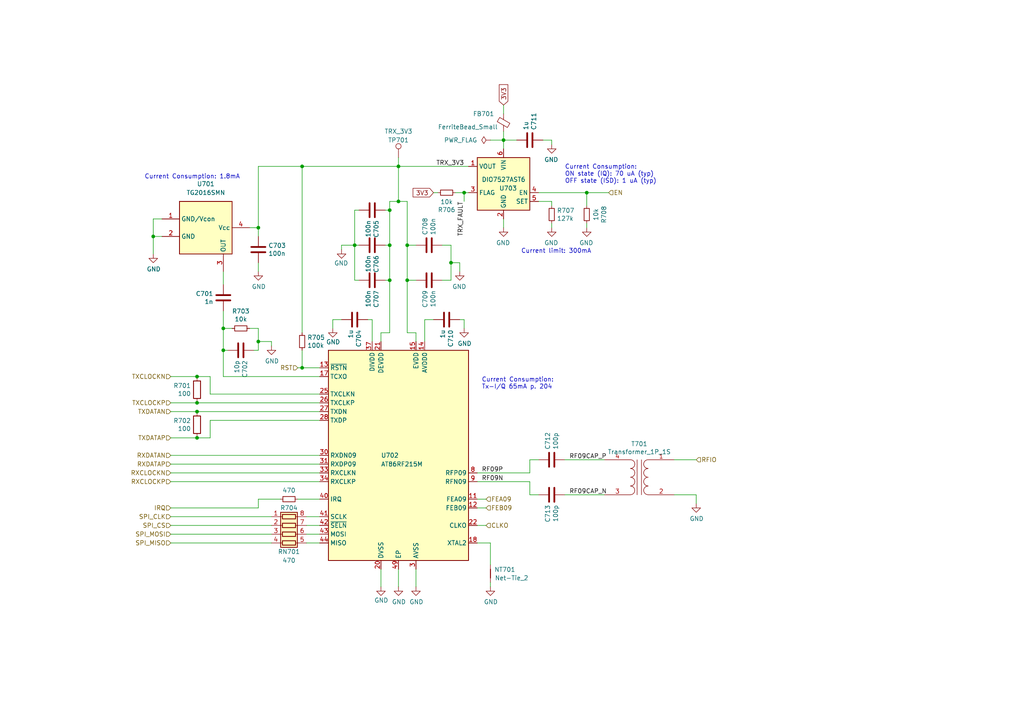
<source format=kicad_sch>
(kicad_sch (version 20211123) (generator eeschema)
  (paper "A4")
  (lib_symbols
    (symbol "Connector:TestPoint" (pin_numbers hide) (pin_names (offset 0.762) hide)
      (property "Reference" "TP" (at 0 6.858 0))
      (property "Value" "TestPoint" (at 0 5.08 0))
      (symbol "TestPoint_0_1"
        (circle (center 0 3.302) (radius 0.762))
      )
      (symbol "TestPoint_1_1"
        (pin passive line (at 0 0 90) (length 2.54) (name "1") (number "1"))
      )
    )
    (symbol "Device:C" (pin_numbers hide) (pin_names (offset 0.254))
      (property "Reference" "C" (at 0.635 2.54 0))
      (property "Value" "C" (at 0.635 -2.54 0))
      (symbol "C_0_1"
        (polyline (pts (xy -2.032 -0.762) (xy 2.032 -0.762)) (stroke (width 0.508)))
        (polyline (pts (xy -2.032 0.762) (xy 2.032 0.762)) (stroke (width 0.508)))
      )
      (symbol "C_1_1"
        (pin passive line (at 0 3.81 270) (length 2.794) (name "~") (number "1"))
        (pin passive line (at 0 -3.81 90) (length 2.794) (name "~") (number "2"))
      )
    )
    (symbol "Device:FerriteBead_Small" (pin_numbers hide) (pin_names (offset 0))
      (property "Reference" "FB" (at 1.905 1.27 0))
      (property "Value" "FerriteBead_Small" (at 1.905 -1.27 0))
      (symbol "FerriteBead_Small_0_1"
        (polyline (pts (xy 0 -1.27) (xy 0 -0.7874)))
        (polyline (pts (xy 0 0.889) (xy 0 1.2954)))
        (polyline (pts (xy -1.8288 0.2794) (xy -1.1176 1.4986) (xy 1.8288 -0.2032) (xy 1.1176 -1.4224) (xy -1.8288 0.2794)))
      )
      (symbol "FerriteBead_Small_1_1"
        (pin passive line (at 0 2.54 270) (length 1.27) (name "~") (number "1"))
        (pin passive line (at 0 -2.54 90) (length 1.27) (name "~") (number "2"))
      )
    )
    (symbol "Device:NetTie_2" (pin_numbers hide) (pin_names (offset 0) hide)
      (property "Reference" "NT" (at 0 1.27 0))
      (property "Value" "NetTie_2" (at 0 -1.27 0))
      (symbol "NetTie_2_0_1"
        (polyline (pts (xy -1.27 0) (xy 1.27 0)) (stroke (width 0.254)))
      )
      (symbol "NetTie_2_1_1"
        (pin passive line (at -2.54 0 0) (length 2.54) (name "1") (number "1"))
        (pin passive line (at 2.54 0 180) (length 2.54) (name "2") (number "2"))
      )
    )
    (symbol "Device:R" (pin_numbers hide) (pin_names (offset 0))
      (property "Reference" "R" (at 2.032 0 90))
      (property "Value" "R" (at 0 0 90))
      (symbol "R_0_1"
        (rectangle (start -1.016 -2.54) (end 1.016 2.54) (stroke (width 0.254)))
      )
      (symbol "R_1_1"
        (pin passive line (at 0 3.81 270) (length 1.27) (name "~") (number "1"))
        (pin passive line (at 0 -3.81 90) (length 1.27) (name "~") (number "2"))
      )
    )
    (symbol "Device:R_Pack04" (pin_names (offset 0) hide)
      (property "Reference" "RN" (at -7.62 0 90))
      (property "Value" "R_Pack04" (at 5.08 0 90))
      (symbol "R_Pack04_0_1"
        (rectangle (start -6.35 -2.413) (end 3.81 2.413) (stroke (width 0.254)) (fill (type background)))
        (rectangle (start -5.715 1.905) (end -4.445 -1.905) (stroke (width 0.254)))
        (rectangle (start -3.175 1.905) (end -1.905 -1.905) (stroke (width 0.254)))
        (rectangle (start -0.635 1.905) (end 0.635 -1.905) (stroke (width 0.254)))
        (polyline (pts (xy -5.08 -2.54) (xy -5.08 -1.905)))
        (polyline (pts (xy -5.08 1.905) (xy -5.08 2.54)))
        (polyline (pts (xy -2.54 -2.54) (xy -2.54 -1.905)))
        (polyline (pts (xy -2.54 1.905) (xy -2.54 2.54)))
        (polyline (pts (xy 0 -2.54) (xy 0 -1.905)))
        (polyline (pts (xy 0 1.905) (xy 0 2.54)))
        (polyline (pts (xy 2.54 -2.54) (xy 2.54 -1.905)))
        (polyline (pts (xy 2.54 1.905) (xy 2.54 2.54)))
        (rectangle (start 1.905 1.905) (end 3.175 -1.905) (stroke (width 0.254)))
      )
      (symbol "R_Pack04_1_1"
        (pin passive line (at -5.08 -5.08 90) (length 2.54) (name "R1.1") (number "1"))
        (pin passive line (at -2.54 -5.08 90) (length 2.54) (name "R2.1") (number "2"))
        (pin passive line (at 0 -5.08 90) (length 2.54) (name "R3.1") (number "3"))
        (pin passive line (at 2.54 -5.08 90) (length 2.54) (name "R4.1") (number "4"))
        (pin passive line (at 2.54 5.08 270) (length 2.54) (name "R4.2") (number "5"))
        (pin passive line (at 0 5.08 270) (length 2.54) (name "R3.2") (number "6"))
        (pin passive line (at -2.54 5.08 270) (length 2.54) (name "R2.2") (number "7"))
        (pin passive line (at -5.08 5.08 270) (length 2.54) (name "R1.2") (number "8"))
      )
    )
    (symbol "Device:R_Small" (pin_numbers hide) (pin_names (offset 0.254) hide)
      (property "Reference" "R" (at 0.762 0.508 0))
      (property "Value" "R_Small" (at 0.762 -1.016 0))
      (symbol "R_Small_0_1"
        (rectangle (start -0.762 1.778) (end 0.762 -1.778) (stroke (width 0.2032)))
      )
      (symbol "R_Small_1_1"
        (pin passive line (at 0 2.54 270) (length 0.762) (name "~") (number "1"))
        (pin passive line (at 0 -2.54 90) (length 0.762) (name "~") (number "2"))
      )
    )
    (symbol "Device:Transformer_1P_1S" (pin_names (offset 1.016) hide)
      (property "Reference" "T" (at 0 6.35 0))
      (property "Value" "Transformer_1P_1S" (at 0 -7.62 0))
      (symbol "Transformer_1P_1S_0_1"
        (arc (start -2.54 -5.0546) (mid -1.6561 -4.6863) (end -1.27 -3.81))
        (arc (start -2.54 -2.5146) (mid -1.6561 -2.1463) (end -1.27 -1.27))
        (arc (start -2.54 0.0254) (mid -1.6561 0.3937) (end -1.27 1.27))
        (arc (start -2.54 2.5654) (mid -1.6561 2.9337) (end -1.27 3.81))
        (arc (start -1.27 -3.81) (mid -1.642 -2.912) (end -2.54 -2.54))
        (arc (start -1.27 -1.27) (mid -1.642 -0.372) (end -2.54 0))
        (arc (start -1.27 1.27) (mid -1.642 2.168) (end -2.54 2.54))
        (arc (start -1.27 3.81) (mid -1.642 4.708) (end -2.54 5.08))
        (polyline (pts (xy -0.635 5.08) (xy -0.635 -5.08)))
        (polyline (pts (xy 0.635 -5.08) (xy 0.635 5.08)))
        (arc (start 1.2954 -1.27) (mid 1.6599 -2.1501) (end 2.54 -2.5146))
        (arc (start 1.2954 1.27) (mid 1.6599 0.3899) (end 2.54 0.0254))
        (arc (start 1.2954 3.81) (mid 1.6599 2.9299) (end 2.54 2.5654))
        (arc (start 1.3208 -3.81) (mid 1.6853 -4.6901) (end 2.5654 -5.0546))
        (arc (start 2.54 0) (mid 1.6456 -0.3683) (end 1.2954 -1.27))
        (arc (start 2.54 2.54) (mid 1.6456 2.1717) (end 1.2954 1.27))
        (arc (start 2.54 5.08) (mid 1.6456 4.7117) (end 1.2954 3.81))
        (arc (start 2.5654 -2.54) (mid 1.671 -2.9083) (end 1.3208 -3.81))
      )
      (symbol "Transformer_1P_1S_1_1"
        (pin passive line (at -10.16 5.08 0) (length 7.62) (name "AA") (number "1"))
        (pin passive line (at -10.16 -5.08 0) (length 7.62) (name "AB") (number "2"))
        (pin passive line (at 10.16 -5.08 180) (length 7.62) (name "SA") (number "3"))
        (pin passive line (at 10.16 5.08 180) (length 7.62) (name "SB") (number "4"))
      )
    )
    (symbol "lsf-kicad:AT86RF215M"
      (property "Reference" "U" (at -19.05 33.02 0))
      (property "Value" "AT86RF215M" (at 0 0 0))
      (symbol "AT86RF215M_0_1"
        (rectangle (start -20.32 30.48) (end 20.32 -30.48) (stroke (width 0.254)) (fill (type background)))
      )
      (symbol "AT86RF215M_1_1"
        (pin no_connect line (at 22.86 20.32 180) (length 2.54) hide (name "FEA24") (number "1"))
        (pin passive line (at 5.08 -33.02 90) (length 2.54) hide (name "AVSS") (number "10"))
        (pin output line (at 22.86 -12.7 180) (length 2.54) (name "FEA09") (number "11"))
        (pin output line (at 22.86 -15.24 180) (length 2.54) (name "FEB09") (number "12"))
        (pin input line (at -22.86 25.4 0) (length 2.54) (name "~{RSTN}") (number "13"))
        (pin power_out line (at 7.62 33.02 270) (length 2.54) (name "AVDD0") (number "14"))
        (pin power_in line (at 5.08 33.02 270) (length 2.54) (name "EVDD") (number "15"))
        (pin passive line (at 5.08 -33.02 90) (length 2.54) hide (name "AVSS") (number "16"))
        (pin input line (at -22.86 22.86 0) (length 2.54) (name "TCXO") (number "17"))
        (pin bidirectional line (at 22.86 -25.4 180) (length 2.54) (name "XTAL2") (number "18"))
        (pin passive line (at 5.08 -33.02 90) (length 2.54) hide (name "AVSS") (number "19"))
        (pin no_connect line (at 22.86 17.78 180) (length 2.54) hide (name "FEB24") (number "2"))
        (pin power_in line (at -5.08 -33.02 90) (length 2.54) (name "DVSS") (number "20"))
        (pin power_in line (at -5.08 33.02 270) (length 2.54) (name "DEVDD") (number "21"))
        (pin output line (at 22.86 -20.32 180) (length 2.54) (name "CLKO") (number "22"))
        (pin passive line (at -5.08 -33.02 90) (length 2.54) hide (name "DVSS") (number "23"))
        (pin passive line (at -5.08 -33.02 90) (length 2.54) hide (name "DVSS") (number "24"))
        (pin input line (at -22.86 17.78 0) (length 2.54) (name "TXCLKN") (number "25"))
        (pin input line (at -22.86 15.24 0) (length 2.54) (name "TXCLKP") (number "26"))
        (pin input line (at -22.86 12.7 0) (length 2.54) (name "TXDN") (number "27"))
        (pin input line (at -22.86 10.16 0) (length 2.54) (name "TXDP") (number "28"))
        (pin passive line (at -5.08 33.02 270) (length 2.54) hide (name "DEVDD") (number "29"))
        (pin power_in line (at 5.08 -33.02 90) (length 2.54) (name "AVSS") (number "3"))
        (pin output line (at -22.86 0 0) (length 2.54) (name "RXDN09") (number "30"))
        (pin output line (at -22.86 -2.54 0) (length 2.54) (name "RXDP09") (number "31"))
        (pin passive line (at -5.08 -33.02 90) (length 2.54) hide (name "DVSS") (number "32"))
        (pin output line (at -22.86 -5.08 0) (length 2.54) (name "RXCLKN") (number "33"))
        (pin output line (at -22.86 -7.62 0) (length 2.54) (name "RXCLKP") (number "34"))
        (pin no_connect line (at -22.86 5.08 0) (length 2.54) hide (name "RXDN24") (number "35"))
        (pin no_connect line (at -22.86 2.54 0) (length 2.54) hide (name "RXDP24") (number "36"))
        (pin power_out line (at -7.62 33.02 270) (length 2.54) (name "DΙVDD") (number "37"))
        (pin passive line (at -5.08 -33.02 90) (length 2.54) hide (name "DVSS") (number "38"))
        (pin passive line (at -5.08 33.02 270) (length 2.54) hide (name "DEVDD") (number "39"))
        (pin no_connect line (at 22.86 12.7 180) (length 2.54) hide (name "RFP24") (number "4"))
        (pin output line (at -22.86 -12.7 0) (length 2.54) (name "IRQ") (number "40"))
        (pin input line (at -22.86 -17.78 0) (length 2.54) (name "SCLK") (number "41"))
        (pin input line (at -22.86 -20.32 0) (length 2.54) (name "~{SELN}") (number "42"))
        (pin input line (at -22.86 -22.86 0) (length 2.54) (name "MOSI") (number "43"))
        (pin output line (at -22.86 -25.4 0) (length 2.54) (name "MISO") (number "44"))
        (pin passive line (at 5.08 -33.02 90) (length 2.54) hide (name "AVSS") (number "45"))
        (pin passive line (at 5.08 33.02 270) (length 2.54) hide (name "EVDD") (number "46"))
        (pin no_connect line (at 10.16 33.02 270) (length 2.54) hide (name "AVDD1") (number "47"))
        (pin passive line (at 5.08 -33.02 90) (length 2.54) hide (name "AVSS") (number "48"))
        (pin power_in line (at 0 -33.02 90) (length 2.54) (name "EP") (number "49"))
        (pin no_connect line (at 22.86 10.16 180) (length 2.54) hide (name "RFN24") (number "5"))
        (pin passive line (at 5.08 -33.02 90) (length 2.54) hide (name "AVSS") (number "6"))
        (pin passive line (at 5.08 -33.02 90) (length 2.54) hide (name "AVSS") (number "7"))
        (pin bidirectional line (at 22.86 -5.08 180) (length 2.54) (name "RFP09") (number "8"))
        (pin bidirectional line (at 22.86 -7.62 180) (length 2.54) (name "RFN09") (number "9"))
      )
    )
    (symbol "lsf-kicad:DIO7527AST6"
      (property "Reference" "U" (at 5.08 8.89 0))
      (property "Value" "DIO7527AST6" (at 7.62 -8.89 0))
      (symbol "DIO7527AST6_0_1"
        (rectangle (start -7.62 7.62) (end 7.62 -7.62) (stroke (width 0.254)) (fill (type background)))
      )
      (symbol "DIO7527AST6_1_1"
        (pin power_out line (at 10.16 5.08 180) (length 2.54) (name "VOUT") (number "1"))
        (pin power_in line (at 0 -10.16 90) (length 2.54) (name "GND") (number "2"))
        (pin open_collector line (at 10.16 -2.54 180) (length 2.54) (name "FLAG") (number "3"))
        (pin input line (at -10.16 -2.54 0) (length 2.54) (name "EN") (number "4"))
        (pin output line (at -10.16 -5.08 0) (length 2.54) (name "SET") (number "5"))
        (pin power_in line (at 0 10.16 270) (length 2.54) (name "VIN") (number "6"))
      )
    )
    (symbol "lsf-kicad:TG2016SMN"
      (property "Reference" "U" (at 6.35 8.89 0))
      (property "Value" "TG2016SMN" (at -7.62 8.89 0))
      (symbol "TG2016SMN_0_1"
        (rectangle (start -7.62 7.62) (end 7.62 -7.62) (stroke (width 0.254)) (fill (type background)))
      )
      (symbol "TG2016SMN_1_1"
        (pin power_in line (at -2.54 -12.7 90) (length 5.08) (name "GND/Vcon") (number "1"))
        (pin power_in line (at 2.54 -12.7 90) (length 5.08) (name "GND") (number "2"))
        (pin output line (at 12.7 5.08 180) (length 5.08) (name "OUT") (number "3"))
        (pin power_in line (at 0 12.7 270) (length 5.08) (name "Vcc") (number "4"))
      )
    )
    (symbol "power:GND" (power) (pin_names (offset 0))
      (property "Value" "GND" (at 0 -3.81 0))
      (symbol "GND_0_1"
        (polyline (pts (xy 0 0) (xy 0 -1.27) (xy 1.27 -1.27) (xy 0 -2.54) (xy -1.27 -1.27) (xy 0 -1.27)))
      )
      (symbol "GND_1_1"
        (pin power_in line (at 0 0 270) (length 0) hide (name "GND") (number "1"))
      )
    )
    (symbol "power:PWR_FLAG" (power) (pin_numbers hide) (pin_names (offset 0) hide)
      (property "Value" "PWR_FLAG" (at 0 3.81 0))
      (symbol "PWR_FLAG_0_0"
        (pin power_out line (at 0 0 90) (length 0) (name "pwr") (number "1"))
      )
      (symbol "PWR_FLAG_0_1"
        (polyline (pts (xy 0 0) (xy 0 1.27) (xy -1.016 1.905) (xy 0 2.54) (xy 1.016 1.905) (xy 0 1.27)))
      )
    )
  )
  (junction (at 130.81 76.2))
  (junction (at 64.77 101.6))
  (junction (at 74.93 99.06))
  (junction (at 115.57 48.26))
  (junction (at 57.15 116.84))
  (junction (at 57.15 109.22))
  (junction (at 118.11 71.12))
  (junction (at 57.15 119.38))
  (junction (at 87.63 106.68))
  (junction (at 113.03 60.96))
  (junction (at 44.45 68.58))
  (junction (at 113.03 81.28))
  (junction (at 87.63 48.26))
  (junction (at 118.11 81.28))
  (junction (at 115.57 58.42))
  (junction (at 170.18 55.88))
  (junction (at 113.03 71.12))
  (junction (at 57.15 127))
  (junction (at 134.62 55.88))
  (junction (at 64.77 95.25))
  (junction (at 74.93 66.04))
  (junction (at 146.05 40.64))
  (junction (at 102.87 71.12))
  (wire (pts (xy 128.27 71.12) (xy 130.81 71.12)))
  (wire (pts (xy 57.15 119.38) (xy 49.53 119.38)))
  (wire (pts (xy 146.05 63.5) (xy 146.05 66.04)))
  (wire (pts (xy 134.62 92.71) (xy 133.35 92.71)))
  (wire (pts (xy 111.76 71.12) (xy 113.03 71.12)))
  (wire (pts (xy 49.53 139.7) (xy 92.71 139.7)))
  (wire (pts (xy 74.93 76.2) (xy 74.93 78.74)))
  (wire (pts (xy 138.43 137.16) (xy 153.67 137.16)))
  (wire (pts (xy 102.87 60.96) (xy 104.14 60.96)))
  (wire (pts (xy 87.63 101.6) (xy 87.63 106.68)))
  (wire (pts (xy 115.57 48.26) (xy 135.89 48.26)))
  (wire (pts (xy 74.93 48.26) (xy 74.93 66.04)))
  (wire (pts (xy 49.53 157.48) (xy 78.74 157.48)))
  (wire (pts (xy 118.11 81.28) (xy 118.11 96.52)))
  (wire (pts (xy 44.45 68.58) (xy 44.45 73.66)))
  (wire (pts (xy 138.43 152.4) (xy 140.97 152.4)))
  (wire (pts (xy 57.15 127) (xy 49.53 127)))
  (wire (pts (xy 87.63 106.68) (xy 92.71 106.68)))
  (wire (pts (xy 64.77 78.74) (xy 64.77 82.55)))
  (wire (pts (xy 163.83 133.35) (xy 175.26 133.35)))
  (wire (pts (xy 110.49 99.06) (xy 110.49 96.52)))
  (wire (pts (xy 74.93 101.6) (xy 73.66 101.6)))
  (wire (pts (xy 115.57 45.72) (xy 115.57 48.26)))
  (wire (pts (xy 142.24 163.83) (xy 142.24 157.48)))
  (wire (pts (xy 133.35 76.2) (xy 130.81 76.2)))
  (wire (pts (xy 170.18 55.88) (xy 170.18 59.69)))
  (wire (pts (xy 64.77 109.22) (xy 92.71 109.22)))
  (wire (pts (xy 78.74 99.06) (xy 74.93 99.06)))
  (wire (pts (xy 130.81 81.28) (xy 128.27 81.28)))
  (wire (pts (xy 111.76 81.28) (xy 113.03 81.28)))
  (wire (pts (xy 195.58 143.51) (xy 201.93 143.51)))
  (wire (pts (xy 142.24 40.64) (xy 146.05 40.64)))
  (wire (pts (xy 49.53 149.86) (xy 78.74 149.86)))
  (wire (pts (xy 57.15 109.22) (xy 49.53 109.22)))
  (wire (pts (xy 74.93 99.06) (xy 74.93 101.6)))
  (wire (pts (xy 138.43 157.48) (xy 142.24 157.48)))
  (wire (pts (xy 146.05 38.1) (xy 146.05 40.64)))
  (wire (pts (xy 134.62 55.88) (xy 134.62 58.42)))
  (wire (pts (xy 156.21 58.42) (xy 160.02 58.42)))
  (wire (pts (xy 160.02 40.64) (xy 160.02 41.91)))
  (wire (pts (xy 74.93 66.04) (xy 74.93 68.58)))
  (wire (pts (xy 102.87 71.12) (xy 99.06 71.12)))
  (wire (pts (xy 113.03 58.42) (xy 113.03 60.96)))
  (wire (pts (xy 88.9 154.94) (xy 92.71 154.94)))
  (wire (pts (xy 44.45 63.5) (xy 44.45 68.58)))
  (wire (pts (xy 88.9 157.48) (xy 92.71 157.48)))
  (wire (pts (xy 138.43 144.78) (xy 140.97 144.78)))
  (wire (pts (xy 60.96 114.3) (xy 92.71 114.3)))
  (wire (pts (xy 49.53 154.94) (xy 78.74 154.94)))
  (wire (pts (xy 170.18 55.88) (xy 156.21 55.88)))
  (wire (pts (xy 60.96 114.3) (xy 60.96 109.22)))
  (wire (pts (xy 87.63 48.26) (xy 115.57 48.26)))
  (wire (pts (xy 64.77 109.22) (xy 64.77 101.6)))
  (wire (pts (xy 49.53 152.4) (xy 78.74 152.4)))
  (wire (pts (xy 118.11 58.42) (xy 118.11 71.12)))
  (wire (pts (xy 133.35 76.2) (xy 133.35 78.74)))
  (wire (pts (xy 104.14 81.28) (xy 102.87 81.28)))
  (wire (pts (xy 115.57 48.26) (xy 115.57 58.42)))
  (wire (pts (xy 60.96 109.22) (xy 57.15 109.22)))
  (wire (pts (xy 118.11 96.52) (xy 120.65 96.52)))
  (wire (pts (xy 123.19 92.71) (xy 123.19 99.06)))
  (wire (pts (xy 113.03 60.96) (xy 111.76 60.96)))
  (wire (pts (xy 113.03 58.42) (xy 115.57 58.42)))
  (wire (pts (xy 120.65 81.28) (xy 118.11 81.28)))
  (wire (pts (xy 88.9 152.4) (xy 92.71 152.4)))
  (wire (pts (xy 92.71 149.86) (xy 88.9 149.86)))
  (wire (pts (xy 115.57 58.42) (xy 118.11 58.42)))
  (wire (pts (xy 160.02 64.77) (xy 160.02 66.04)))
  (wire (pts (xy 64.77 95.25) (xy 64.77 101.6)))
  (wire (pts (xy 113.03 71.12) (xy 113.03 60.96)))
  (wire (pts (xy 67.31 95.25) (xy 64.77 95.25)))
  (wire (pts (xy 74.93 48.26) (xy 87.63 48.26)))
  (wire (pts (xy 153.67 143.51) (xy 156.21 143.51)))
  (wire (pts (xy 115.57 165.1) (xy 115.57 170.18)))
  (wire (pts (xy 64.77 90.17) (xy 64.77 95.25)))
  (wire (pts (xy 134.62 95.25) (xy 134.62 92.71)))
  (wire (pts (xy 92.71 132.08) (xy 49.53 132.08)))
  (wire (pts (xy 110.49 96.52) (xy 113.03 96.52)))
  (wire (pts (xy 60.96 121.92) (xy 92.71 121.92)))
  (wire (pts (xy 160.02 58.42) (xy 160.02 59.69)))
  (wire (pts (xy 64.77 101.6) (xy 66.04 101.6)))
  (wire (pts (xy 130.81 76.2) (xy 130.81 81.28)))
  (wire (pts (xy 74.93 95.25) (xy 74.93 99.06)))
  (wire (pts (xy 170.18 64.77) (xy 170.18 66.04)))
  (wire (pts (xy 146.05 30.48) (xy 146.05 33.02)))
  (wire (pts (xy 132.08 55.88) (xy 134.62 55.88)))
  (wire (pts (xy 138.43 147.32) (xy 140.97 147.32)))
  (wire (pts (xy 138.43 139.7) (xy 153.67 139.7)))
  (wire (pts (xy 78.74 100.33) (xy 78.74 99.06)))
  (wire (pts (xy 146.05 40.64) (xy 149.86 40.64)))
  (wire (pts (xy 110.49 165.1) (xy 110.49 170.18)))
  (wire (pts (xy 72.39 66.04) (xy 74.93 66.04)))
  (wire (pts (xy 49.53 134.62) (xy 92.71 134.62)))
  (wire (pts (xy 130.81 71.12) (xy 130.81 76.2)))
  (wire (pts (xy 99.06 71.12) (xy 99.06 72.39)))
  (wire (pts (xy 113.03 81.28) (xy 113.03 71.12)))
  (wire (pts (xy 49.53 137.16) (xy 92.71 137.16)))
  (wire (pts (xy 125.73 92.71) (xy 123.19 92.71)))
  (wire (pts (xy 87.63 106.68) (xy 86.36 106.68)))
  (wire (pts (xy 163.83 143.51) (xy 175.26 143.51)))
  (wire (pts (xy 113.03 81.28) (xy 113.03 96.52)))
  (wire (pts (xy 60.96 127) (xy 57.15 127)))
  (wire (pts (xy 195.58 133.35) (xy 201.93 133.35)))
  (wire (pts (xy 176.53 55.88) (xy 170.18 55.88)))
  (wire (pts (xy 153.67 139.7) (xy 153.67 143.51)))
  (wire (pts (xy 102.87 71.12) (xy 102.87 60.96)))
  (wire (pts (xy 60.96 121.92) (xy 60.96 127)))
  (wire (pts (xy 99.06 92.71) (xy 96.52 92.71)))
  (wire (pts (xy 118.11 81.28) (xy 118.11 71.12)))
  (wire (pts (xy 157.48 40.64) (xy 160.02 40.64)))
  (wire (pts (xy 102.87 81.28) (xy 102.87 71.12)))
  (wire (pts (xy 49.53 116.84) (xy 57.15 116.84)))
  (wire (pts (xy 120.65 165.1) (xy 120.65 170.18)))
  (wire (pts (xy 86.36 144.78) (xy 92.71 144.78)))
  (wire (pts (xy 142.24 168.91) (xy 142.24 170.18)))
  (wire (pts (xy 153.67 137.16) (xy 153.67 133.35)))
  (wire (pts (xy 107.95 92.71) (xy 106.68 92.71)))
  (wire (pts (xy 72.39 95.25) (xy 74.93 95.25)))
  (wire (pts (xy 74.93 147.32) (xy 74.93 144.78)))
  (wire (pts (xy 46.99 68.58) (xy 44.45 68.58)))
  (wire (pts (xy 57.15 116.84) (xy 92.71 116.84)))
  (wire (pts (xy 134.62 55.88) (xy 135.89 55.88)))
  (wire (pts (xy 146.05 40.64) (xy 146.05 43.18)))
  (wire (pts (xy 120.65 96.52) (xy 120.65 99.06)))
  (wire (pts (xy 118.11 71.12) (xy 120.65 71.12)))
  (wire (pts (xy 96.52 92.71) (xy 96.52 95.25)))
  (wire (pts (xy 104.14 71.12) (xy 102.87 71.12)))
  (wire (pts (xy 74.93 144.78) (xy 81.28 144.78)))
  (wire (pts (xy 153.67 133.35) (xy 156.21 133.35)))
  (wire (pts (xy 201.93 143.51) (xy 201.93 146.05)))
  (wire (pts (xy 87.63 48.26) (xy 87.63 96.52)))
  (wire (pts (xy 46.99 63.5) (xy 44.45 63.5)))
  (wire (pts (xy 49.53 147.32) (xy 74.93 147.32)))
  (wire (pts (xy 92.71 119.38) (xy 57.15 119.38)))
  (wire (pts (xy 107.95 92.71) (xy 107.95 99.06)))
  (wire (pts (xy 125.73 55.88) (xy 127 55.88)))
  (text "Current Consumption:\nTx-I/Q 65mA p. 204" (at 139.7 113.03 0) (effects (font (size 1.27 1.27)) (justify left bottom)))
  (text "Current Consumption: 1.8mA" (at 41.91 52.07 0) (effects (font (size 1.27 1.27)) (justify left bottom)))
  (text "Current Consumption:\nON state (IQ): 70 uA (typ)\nOFF state (ISD): 1 uA (typ)" (at 163.83 53.34 0) (effects (font (size 1.27 1.27)) (justify left bottom)))
  (text "Current limit: 300mA" (at 151.13 73.66 0) (effects (font (size 1.27 1.27)) (justify left bottom)))
  (label "TRX_3V3" (at 134.62 48.26 180))
  (label "RF09N" (at 139.7 139.7 0))
  (label "RF09CAP_N" (at 165.1 143.51 0))
  (label "RF09CAP_P" (at 165.1 133.35 0))
  (label "RF09P" (at 139.7 137.16 0))
  (label "TRX_FAULT" (at 134.62 58.42 270))
  (global_label "3V3" (shape input) (at 125.73 55.88 180) (property "Intersheet References" "${INTERSHEET_REFS}" (effects hide)))
  (global_label "3V3" (shape input) (at 146.05 30.48 90) (property "Intersheet References" "${INTERSHEET_REFS}" (effects hide)))
  (hierarchical_label "EN" (shape input) (at 176.53 55.88 0))
  (hierarchical_label "TXDATAP" (shape input) (at 49.53 127 180))
  (hierarchical_label "SPI_CS" (shape input) (at 49.53 152.4 180))
  (hierarchical_label "RXDATAP" (shape input) (at 49.53 134.62 180))
  (hierarchical_label "RXCLOCKP" (shape input) (at 49.53 139.7 180))
  (hierarchical_label "RXDATAN" (shape input) (at 49.53 132.08 180))
  (hierarchical_label "SPI_MISO" (shape input) (at 49.53 157.48 180))
  (hierarchical_label "SPI_CLK" (shape input) (at 49.53 149.86 180))
  (hierarchical_label "RST" (shape input) (at 86.36 106.68 180))
  (hierarchical_label "CLKO" (shape input) (at 140.97 152.4 0))
  (hierarchical_label "TXDATAN" (shape input) (at 49.53 119.38 180))
  (hierarchical_label "TXCLOCKN" (shape input) (at 49.53 109.22 180))
  (hierarchical_label "FEA09" (shape input) (at 140.97 144.78 0))
  (hierarchical_label "IRQ" (shape input) (at 49.53 147.32 180))
  (hierarchical_label "FEB09" (shape input) (at 140.97 147.32 0))
  (hierarchical_label "TXCLOCKP" (shape input) (at 49.53 116.84 180))
  (hierarchical_label "RFIO" (shape input) (at 201.93 133.35 0))
  (hierarchical_label "SPI_MOSI" (shape input) (at 49.53 154.94 180))
  (hierarchical_label "RXCLOCKN" (shape input) (at 49.53 137.16 180))
  (symbol (lib_id "Device:C") (at 107.95 71.12 90) (unit 1)
    (property "Reference" "C706" (at 109.1184 74.0156 0) (effects (justify right)))
    (property "Value" "100n" (at 106.807 74.0156 0) (effects (justify right)))
    (property "Footprint" "Capacitor_SMD:C_0402_1005Metric" (effects hide))
    (property "Mnf." "TDK" (effects hide))
    (property "PartNumber" "CGA2B1X7R1C104K050BC" (effects hide))
  )
  (symbol (lib_id "power:GND") (at 146.05 66.04 0) (mirror y) (unit 1)
    (property "Reference" "#PWR0712" (effects hide))
    (property "Value" "GND" (at 145.923 70.4342 0))
  )
  (symbol (lib_id "Device:Transformer_1P_1S") (at 185.42 138.43 0) (mirror y) (unit 1)
    (property "Reference" "T701" (at 185.42 128.7526 0))
    (property "Value" "Transformer_1P_1S" (at 185.42 131.064 0))
    (property "Footprint" "lsf-kicad-lib:ATB2012" (effects hide))
    (property "PartNumber" "ATB2012-50011-T000" (effects hide))
    (property "Mnf." "TDK" (effects hide))
  )
  (symbol (lib_id "power:GND") (at 120.65 170.18 0) (unit 1)
    (property "Reference" "#PWR0708" (effects hide))
    (property "Value" "GND" (at 120.777 174.5742 0))
  )
  (symbol (lib_id "lsf-kicad:TG2016SMN") (at 59.69 66.04 270) (unit 1)
    (property "Reference" "U701" (at 59.69 53.34 90))
    (property "Value" "TG2016SMN" (at 59.69 55.88 90))
    (property "Footprint" "lsf-kicad-lib:TG2016SMN" (effects hide))
    (property "Datasheet" "https://www5.epsondevice.com/en/products/tcxo/tg2016smn.html" (effects hide))
    (property "PartNumber" " TG2016SMN 26.0000M-MCGNNM0" (effects hide))
    (property "Mnf." "Epson Timing" (effects hide))
  )
  (symbol (lib_id "power:GND") (at 142.24 170.18 0) (unit 1)
    (property "Reference" "#PWR0711" (effects hide))
    (property "Value" "GND" (at 142.367 174.5742 0))
  )
  (symbol (lib_id "Device:R_Small") (at 129.54 55.88 270) (unit 1)
    (property "Reference" "R706" (at 129.54 60.8584 90))
    (property "Value" "10k" (at 129.54 58.547 90))
    (property "Footprint" "Resistor_SMD:R_0402_1005Metric" (effects hide))
    (property "Mnf." "YAGEO" (effects hide))
    (property "PartNumber" "RC0402JR-1310KL" (effects hide))
  )
  (symbol (lib_id "Device:C") (at 69.85 101.6 90) (unit 1)
    (property "Reference" "C702" (at 71.0184 104.4956 0) (effects (justify right)))
    (property "Value" "10p" (at 68.707 104.4956 0) (effects (justify right)))
    (property "Footprint" "Capacitor_SMD:C_0402_1005Metric" (effects hide))
    (property "Mnf." "KEMET" (effects hide))
    (property "PartNumber" "C0402C100C8GACTU" (effects hide))
  )
  (symbol (lib_id "Device:C") (at 153.67 40.64 90) (mirror x) (unit 1)
    (property "Reference" "C711" (at 154.8384 37.7444 0) (effects (justify right)))
    (property "Value" "1u" (at 152.527 37.7444 0) (effects (justify right)))
    (property "Footprint" "Capacitor_SMD:C_0402_1005Metric" (effects hide))
    (property "Mnf." "KEMET " (effects hide))
    (property "PartNumber" "C0402C105K8PAC7411" (effects hide))
  )
  (symbol (lib_id "power:GND") (at 134.62 95.25 0) (unit 1)
    (property "Reference" "#PWR0710" (effects hide))
    (property "Value" "GND" (at 134.747 99.6442 0))
  )
  (symbol (lib_id "power:GND") (at 160.02 41.91 0) (mirror y) (unit 1)
    (property "Reference" "#PWR0713" (effects hide))
    (property "Value" "GND" (at 159.893 46.3042 0))
  )
  (symbol (lib_id "power:GND") (at 170.18 66.04 0) (mirror y) (unit 1)
    (property "Reference" "#PWR0716" (effects hide))
    (property "Value" "GND" (at 170.053 70.4342 0))
  )
  (symbol (lib_id "power:GND") (at 133.35 78.74 0) (mirror y) (unit 1)
    (property "Reference" "#PWR0709" (effects hide))
    (property "Value" "GND" (at 133.223 83.1342 0))
  )
  (symbol (lib_id "power:GND") (at 78.74 100.33 0) (unit 1)
    (property "Reference" "#PWR0703" (effects hide))
    (property "Value" "GND" (at 78.867 104.7242 0))
  )
  (symbol (lib_id "power:GND") (at 96.52 95.25 0) (unit 1)
    (property "Reference" "#PWR0704" (effects hide))
    (property "Value" "GND" (at 96.6216 99.187 0))
  )
  (symbol (lib_id "power:GND") (at 110.49 170.18 0) (unit 1)
    (property "Reference" "#PWR0706" (effects hide))
    (property "Value" "GND" (at 110.5916 174.117 0))
  )
  (symbol (lib_id "power:GND") (at 74.93 78.74 0) (unit 1)
    (property "Reference" "#PWR0702" (effects hide))
    (property "Value" "GND" (at 75.057 83.1342 0))
  )
  (symbol (lib_id "Device:R_Small") (at 87.63 99.06 180) (unit 1)
    (property "Reference" "R705" (at 89.1286 97.8916 0) (effects (justify right)))
    (property "Value" "100k" (at 89.1286 100.203 0) (effects (justify right)))
    (property "Footprint" "Resistor_SMD:R_0402_1005Metric" (effects hide))
    (property "Mnf." "Vishay" (effects hide))
    (property "PartNumber" "CRCW0402100KFKED" (effects hide))
  )
  (symbol (lib_id "Device:FerriteBead_Small") (at 146.05 35.56 0) (unit 1)
    (property "Reference" "FB701" (at 137.16 33.02 0) (effects (justify left)))
    (property "Value" "FerriteBead_Small" (at 127 36.83 0) (effects (justify left)))
    (property "Footprint" "Inductor_SMD:L_0603_1608Metric" (effects hide))
    (property "PartNumber" "74279263" (effects hide))
    (property "Mnf." "Wurth Elektronik" (effects hide))
  )
  (symbol (lib_id "Device:R_Small") (at 69.85 95.25 90) (unit 1)
    (property "Reference" "R703" (at 69.85 90.2716 90))
    (property "Value" "10k" (at 69.85 92.583 90))
    (property "Footprint" "Resistor_SMD:R_0402_1005Metric" (effects hide))
    (property "Mnf." "YAGEO" (effects hide))
    (property "PartNumber" "RC0402JR-1310KL" (effects hide))
  )
  (symbol (lib_id "Device:C") (at 160.02 143.51 90) (mirror x) (unit 1)
    (property "Reference" "C713" (at 158.8516 146.431 0) (effects (justify left)))
    (property "Value" "100p" (at 161.163 146.431 0) (effects (justify left)))
    (property "Footprint" "Capacitor_SMD:C_0402_1005Metric" (effects hide))
    (property "Mnf." "KEMET" (effects hide))
    (property "PartNumber" "CBR04C101J3GAC" (effects hide))
  )
  (symbol (lib_id "Device:C") (at 74.93 72.39 180) (unit 1)
    (property "Reference" "C703" (at 77.8256 71.2216 0) (effects (justify right)))
    (property "Value" "100n" (at 77.8256 73.533 0) (effects (justify right)))
    (property "Footprint" "Capacitor_SMD:C_0402_1005Metric" (effects hide))
    (property "Mnf." "TDK" (effects hide))
    (property "PartNumber" "CGA2B1X7R1C104K050BC" (effects hide))
  )
  (symbol (lib_id "Device:R") (at 57.15 123.19 0) (unit 1)
    (property "Reference" "R702" (at 55.3974 122.0216 0) (effects (justify right)))
    (property "Value" "100" (at 55.3974 124.333 0) (effects (justify right)))
    (property "Footprint" "Resistor_SMD:R_0402_1005Metric" (effects hide))
    (property "PartNumber" "RT0402FRE07100RL" (effects hide))
    (property "Mnf." "YAGEO" (effects hide))
  )
  (symbol (lib_id "Device:C") (at 129.54 92.71 90) (unit 1)
    (property "Reference" "C710" (at 130.7084 95.6056 0) (effects (justify right)))
    (property "Value" "1u" (at 128.397 95.6056 0) (effects (justify right)))
    (property "Footprint" "Capacitor_SMD:C_0402_1005Metric" (effects hide))
    (property "Mnf." "KEMET " (effects hide))
    (property "PartNumber" "C0402C105K8PAC7411" (effects hide))
  )
  (symbol (lib_id "Device:R") (at 57.15 113.03 0) (unit 1)
    (property "Reference" "R701" (at 55.3974 111.8616 0) (effects (justify right)))
    (property "Value" "100" (at 55.3974 114.173 0) (effects (justify right)))
    (property "Footprint" "Resistor_SMD:R_0402_1005Metric" (effects hide))
    (property "PartNumber" "RT0402FRE07100RL" (effects hide))
    (property "Mnf." "YAGEO" (effects hide))
  )
  (symbol (lib_id "power:PWR_FLAG") (at 142.24 40.64 90) (unit 1)
    (property "Reference" "#FLG0701" (effects hide))
    (property "Value" "PWR_FLAG" (at 138.43 40.6399 90) (effects (justify left)))
  )
  (symbol (lib_id "power:GND") (at 160.02 66.04 0) (mirror y) (unit 1)
    (property "Reference" "#PWR0714" (effects hide))
    (property "Value" "GND" (at 159.893 70.4342 0))
  )
  (symbol (lib_id "Device:R_Small") (at 160.02 62.23 180) (unit 1)
    (property "Reference" "R707" (at 161.5186 61.0616 0) (effects (justify right)))
    (property "Value" "127k" (at 161.5186 63.373 0) (effects (justify right)))
    (property "Footprint" "Resistor_SMD:R_0402_1005Metric" (effects hide))
    (property "Mnf." "Vishay" (effects hide))
    (property "PartNumber" "CRCW04021M10FKEDC" (effects hide))
  )
  (symbol (lib_id "Device:NetTie_2") (at 142.24 166.37 270) (unit 1) (in_bom no)
    (property "Reference" "NT701" (at 143.3576 165.2016 90) (effects (justify left)))
    (property "Value" "Net-Tie_2" (at 143.51 167.64 90) (effects (justify left)))
    (property "Footprint" "NetTie:NetTie-2_SMD_Pad0.5mm" (effects hide))
  )
  (symbol (lib_id "power:GND") (at 201.93 146.05 0) (unit 1)
    (property "Reference" "#PWR0715" (effects hide))
    (property "Value" "GND" (at 202.057 150.4442 0))
  )
  (symbol (lib_id "Device:C") (at 124.46 71.12 270) (unit 1)
    (property "Reference" "C708" (at 123.2916 68.2244 0) (effects (justify right)))
    (property "Value" "100n" (at 125.603 68.2244 0) (effects (justify right)))
    (property "Footprint" "Capacitor_SMD:C_0402_1005Metric" (effects hide))
    (property "Mnf." "TDK" (effects hide))
    (property "PartNumber" "CGA2B1X7R1C104K050BC" (effects hide))
  )
  (symbol (lib_id "power:GND") (at 115.57 170.18 0) (unit 1)
    (property "Reference" "#PWR0707" (effects hide))
    (property "Value" "GND" (at 115.697 174.5742 0))
  )
  (symbol (lib_id "Device:R_Small") (at 170.18 62.23 0) (unit 1)
    (property "Reference" "R708" (at 175.1584 62.23 90))
    (property "Value" "10k" (at 172.847 62.23 90))
    (property "Footprint" "Resistor_SMD:R_0402_1005Metric" (effects hide))
    (property "Mnf." "YAGEO" (effects hide))
    (property "PartNumber" "RC0402JR-1310KL" (effects hide))
  )
  (symbol (lib_id "Device:C") (at 107.95 81.28 90) (unit 1)
    (property "Reference" "C707" (at 109.1184 84.1756 0) (effects (justify right)))
    (property "Value" "100n" (at 106.807 84.1756 0) (effects (justify right)))
    (property "Footprint" "Capacitor_SMD:C_0402_1005Metric" (effects hide))
    (property "Mnf." "TDK" (effects hide))
    (property "PartNumber" "CGA2B1X7R1C104K050BC" (effects hide))
  )
  (symbol (lib_id "Connector:TestPoint") (at 115.57 45.72 0) (unit 1) (in_bom no)
    (property "Reference" "TP701" (at 115.57 40.64 0))
    (property "Value" "TRX_3V3" (at 115.57 38.1 0))
    (property "Footprint" "lsf-kicad-lib:TestPoint_D0.8mm_Mask-Only" (effects hide))
  )
  (symbol (lib_id "Device:C") (at 160.02 133.35 90) (unit 1)
    (property "Reference" "C712" (at 158.8516 130.429 0) (effects (justify left)))
    (property "Value" "100p" (at 161.163 130.429 0) (effects (justify left)))
    (property "Footprint" "Capacitor_SMD:C_0402_1005Metric" (effects hide))
    (property "Mnf." "KEMET" (effects hide))
    (property "PartNumber" "CBR04C101J3GAC" (effects hide))
  )
  (symbol (lib_id "Device:C") (at 107.95 60.96 90) (unit 1)
    (property "Reference" "C705" (at 109.1184 63.8556 0) (effects (justify right)))
    (property "Value" "100n" (at 106.807 63.8556 0) (effects (justify right)))
    (property "Footprint" "Capacitor_SMD:C_0402_1005Metric" (effects hide))
    (property "Mnf." "TDK" (effects hide))
    (property "PartNumber" "CGA2B1X7R1C104K050BC" (effects hide))
  )
  (symbol (lib_id "Device:R_Small") (at 83.82 144.78 90) (unit 1)
    (property "Reference" "R704" (at 83.82 147.32 90))
    (property "Value" "470" (at 83.82 142.24 90))
    (property "Footprint" "Resistor_SMD:R_0402_1005Metric" (effects hide))
    (property "Mnf." "Vishay" (effects hide))
    (property "PartNumber" "CRCW0402470RFKEDC" (effects hide))
  )
  (symbol (lib_id "lsf-kicad:AT86RF215M") (at 115.57 132.08 0) (unit 1)
    (property "Reference" "U702" (at 110.49 132.08 0) (effects (justify left)))
    (property "Value" "AT86RF215M" (at 110.49 134.62 0) (effects (justify left)))
    (property "Footprint" "Package_DFN_QFN:QFN-48-1EP_7x7mm_P0.5mm_EP5.6x5.6mm" (effects hide))
    (property "Datasheet" "http://ww1.microchip.com/downloads/en/DeviceDoc/Atmel-42415-WIRELESS-AT86RF215_Datasheet.pdf" (effects hide))
    (property "Mnf." "Microchip" (effects hide))
    (property "PartNumber" "AT86RF215M" (effects hide))
  )
  (symbol (lib_id "Device:R_Pack04") (at 83.82 154.94 270) (unit 1)
    (property "Reference" "RN701" (at 83.82 160.02 90))
    (property "Value" "470" (at 83.82 162.56 90))
    (property "Footprint" "Resistor_SMD:R_Array_Convex_4x0402" (effects hide))
    (property "Mnf." "Panasonic" (effects hide))
    (property "PartNumber" "EXB-28V471JX" (effects hide))
  )
  (symbol (lib_id "Device:C") (at 64.77 86.36 0) (mirror x) (unit 1)
    (property "Reference" "C701" (at 61.8744 85.1916 0) (effects (justify right)))
    (property "Value" "1n" (at 61.8744 87.503 0) (effects (justify right)))
    (property "Footprint" "Capacitor_SMD:C_0402_1005Metric" (effects hide))
    (property "Mnf." "KEMET " (effects hide))
    (property "PartNumber" "C0402C102K8RACAUTO" (effects hide))
  )
  (symbol (lib_id "Device:C") (at 124.46 81.28 270) (mirror x) (unit 1)
    (property "Reference" "C709" (at 123.2916 84.1756 0) (effects (justify right)))
    (property "Value" "100n" (at 125.603 84.1756 0) (effects (justify right)))
    (property "Footprint" "Capacitor_SMD:C_0402_1005Metric" (effects hide))
    (property "Mnf." "TDK" (effects hide))
    (property "PartNumber" "CGA2B1X7R1C104K050BC" (effects hide))
  )
  (symbol (lib_id "Device:C") (at 102.87 92.71 90) (unit 1)
    (property "Reference" "C704" (at 104.0384 95.6056 0) (effects (justify right)))
    (property "Value" "1u" (at 101.727 95.6056 0) (effects (justify right)))
    (property "Footprint" "Capacitor_SMD:C_0402_1005Metric" (effects hide))
    (property "Mnf." "KEMET " (effects hide))
    (property "PartNumber" "C0402C105K8PAC7411" (effects hide))
  )
  (symbol (lib_id "power:GND") (at 99.06 72.39 0) (mirror y) (unit 1)
    (property "Reference" "#PWR0705" (effects hide))
    (property "Value" "GND" (at 98.9584 76.327 0))
  )
  (symbol (lib_id "power:GND") (at 44.45 73.66 0) (unit 1)
    (property "Reference" "#PWR0701" (effects hide))
    (property "Value" "GND" (at 44.577 78.0542 0))
  )
  (symbol (lib_id "lsf-kicad:DIO7527AST6") (at 146.05 53.34 0) (mirror y) (unit 1)
    (property "Reference" "U703" (at 144.78 54.61 0) (effects (justify right)))
    (property "Value" "DIO7527AST6" (at 139.7 52.07 0) (effects (justify right)))
    (property "Footprint" "Package_TO_SOT_SMD:SOT-23-6" (effects hide))
    (property "Datasheet" "https://dioo.com/en/product/index/id/596.html" (effects hide))
  )
)
</source>
